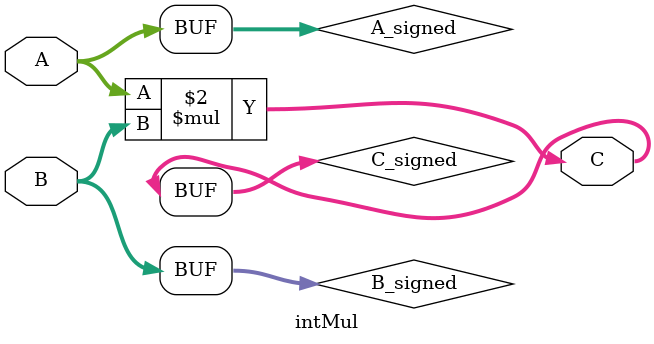
<source format=v>
module intMul  #(
    parameter   DATA_WIDTH              = 32                    // Data width, default: 32 bits
) (
    input       [DATA_WIDTH - 1: 0]     A,                      // SInt: A
    input       [DATA_WIDTH - 1: 0]     B,                      // SInt: B
    output reg  [DATA_WIDTH - 1: 0]     C                       // SInt: C
);
    reg signed [DATA_WIDTH - 1: 0] A_signed, B_signed, C_signed;

    always @ (A or B) begin
        A_signed = A;
        B_signed = B;
        C_signed = A_signed * B_signed;
        C = C_signed;
    end

endmodule
</source>
